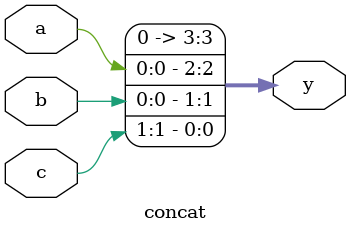
<source format=v>
module concat(
  input [1:0] b, c, 
  input a, 
  output [3:0] y
);
  assign y = {a, b[0], c[1]};

endmodule

</source>
